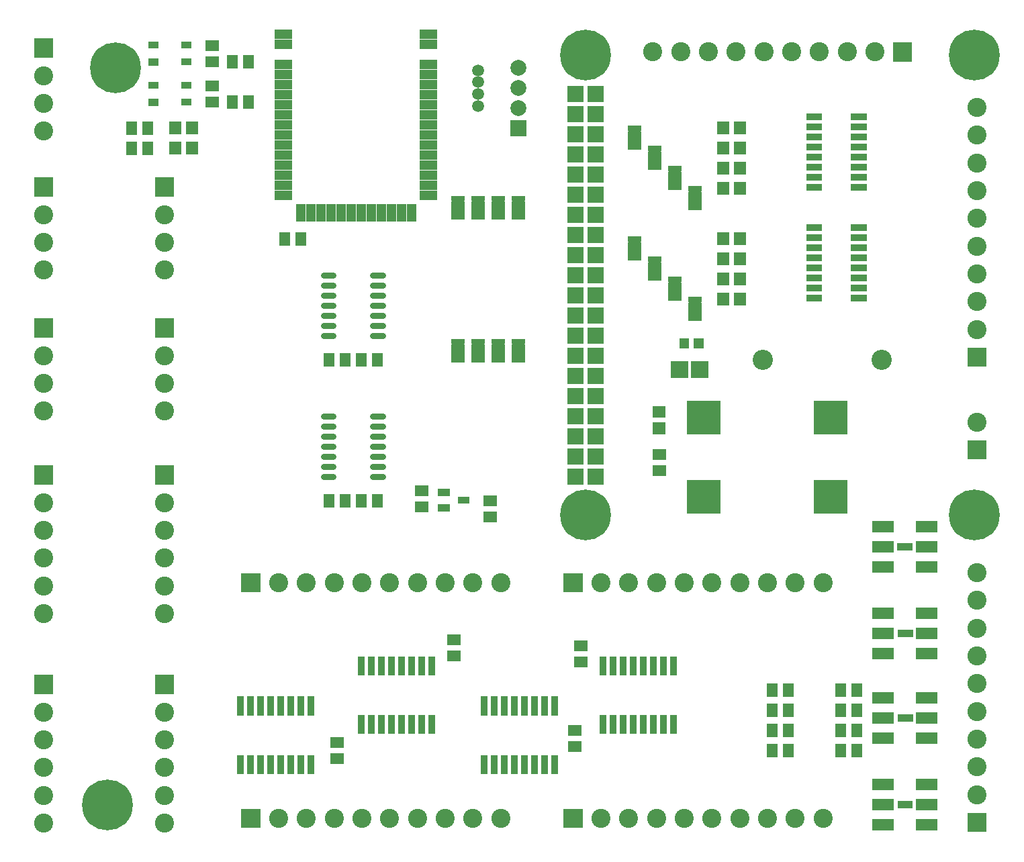
<source format=gts>
G04 Layer: TopSolderMaskLayer*
G04 EasyEDA v6.2.43, 2019-09-06T10:00:39+02:00*
G04 e5b5f855a0bb4ad7aac7fda025be0de6,91cc4837159741479c5be70faa949f3f,10*
G04 Gerber Generator version 0.2*
G04 Scale: 100 percent, Rotated: No, Reflected: No *
G04 Dimensions in millimeters *
G04 leading zeros omitted , absolute positions ,3 integer and 3 decimal *
%FSLAX33Y33*%
%MOMM*%
G90*
G71D02*

%ADD54C,0.803199*%
%ADD55R,2.082800X2.082800*%
%ADD57C,2.403196*%
%ADD60C,2.553208*%
%ADD66C,2.003196*%
%ADD67C,1.503197*%
%ADD78C,6.403188*%

%LPD*%
G54D54*
G01X45911Y64138D02*
G01X44711Y64138D01*
G01X45911Y65408D02*
G01X44711Y65408D01*
G01X45911Y66678D02*
G01X44711Y66678D01*
G01X45911Y67948D02*
G01X44711Y67948D01*
G01X45911Y69218D02*
G01X44711Y69218D01*
G01X45911Y70488D02*
G01X44711Y70488D01*
G01X45911Y71758D02*
G01X44711Y71758D01*
G01X39713Y64138D02*
G01X38513Y64138D01*
G01X39713Y65408D02*
G01X38513Y65408D01*
G01X39713Y66678D02*
G01X38513Y66678D01*
G01X39713Y67948D02*
G01X38513Y67948D01*
G01X39713Y69218D02*
G01X38513Y69218D01*
G01X39713Y70488D02*
G01X38513Y70488D01*
G01X39713Y71758D02*
G01X38513Y71758D01*
G01X45911Y46358D02*
G01X44711Y46358D01*
G01X45911Y47628D02*
G01X44711Y47628D01*
G01X45911Y48898D02*
G01X44711Y48898D01*
G01X45911Y50168D02*
G01X44711Y50168D01*
G01X45911Y51438D02*
G01X44711Y51438D01*
G01X45911Y52708D02*
G01X44711Y52708D01*
G01X45911Y53978D02*
G01X44711Y53978D01*
G01X39713Y46358D02*
G01X38513Y46358D01*
G01X39713Y47628D02*
G01X38513Y47628D01*
G01X39713Y48898D02*
G01X38513Y48898D01*
G01X39713Y50168D02*
G01X38513Y50168D01*
G01X39713Y51438D02*
G01X38513Y51438D01*
G01X39713Y52708D02*
G01X38513Y52708D01*
G01X39713Y53978D02*
G01X38513Y53978D01*
G54D55*
G01X72771Y46370D03*
G01X70231Y46370D03*
G01X72771Y48910D03*
G01X70231Y48910D03*
G01X72771Y51450D03*
G01X70231Y51450D03*
G01X72771Y53990D03*
G01X70231Y53990D03*
G01X72771Y56530D03*
G01X70231Y56530D03*
G01X72771Y59070D03*
G01X70231Y59070D03*
G01X72771Y61610D03*
G01X70231Y61610D03*
G01X72771Y64150D03*
G01X70231Y64150D03*
G01X72771Y66690D03*
G01X70231Y66690D03*
G01X72771Y69230D03*
G01X70231Y69230D03*
G01X72771Y71770D03*
G01X70231Y71770D03*
G01X72771Y74310D03*
G01X70231Y74310D03*
G01X72771Y76850D03*
G01X70231Y76850D03*
G01X72771Y79390D03*
G01X70231Y79390D03*
G01X72771Y81930D03*
G01X70231Y81930D03*
G01X72771Y84470D03*
G01X70231Y84470D03*
G01X72771Y87010D03*
G01X70231Y87010D03*
G01X72771Y89550D03*
G01X70231Y89550D03*
G01X72771Y92090D03*
G01X70231Y92090D03*
G01X72771Y94630D03*
G01X70231Y94630D03*
G36*
G01X77690Y89484D02*
G01X76827Y89916D01*
G01X76827Y90589D01*
G01X78554Y90589D01*
G01X78554Y89916D01*
G01X77690Y89484D01*
G37*
G36*
G01X77690Y88341D02*
G01X76827Y88773D01*
G01X76827Y89891D01*
G01X77690Y89459D01*
G01X78554Y89891D01*
G01X78554Y88773D01*
G01X77690Y88341D01*
G37*
G36*
G01X76827Y87592D02*
G01X76827Y88748D01*
G01X77690Y88316D01*
G01X78554Y88748D01*
G01X78554Y87592D01*
G01X76827Y87592D01*
G37*
G36*
G01X80230Y86944D02*
G01X79367Y87376D01*
G01X79367Y88049D01*
G01X81094Y88049D01*
G01X81094Y87376D01*
G01X80230Y86944D01*
G37*
G36*
G01X80230Y85801D02*
G01X79367Y86233D01*
G01X79367Y87351D01*
G01X80230Y86919D01*
G01X81094Y87351D01*
G01X81094Y86233D01*
G01X80230Y85801D01*
G37*
G36*
G01X79367Y85052D02*
G01X79367Y86208D01*
G01X80230Y85776D01*
G01X81094Y86208D01*
G01X81094Y85052D01*
G01X79367Y85052D01*
G37*
G36*
G01X82770Y84404D02*
G01X81907Y84836D01*
G01X81907Y85509D01*
G01X83634Y85509D01*
G01X83634Y84836D01*
G01X82770Y84404D01*
G37*
G36*
G01X82770Y83261D02*
G01X81907Y83693D01*
G01X81907Y84811D01*
G01X82770Y84379D01*
G01X83634Y84811D01*
G01X83634Y83693D01*
G01X82770Y83261D01*
G37*
G36*
G01X81907Y82512D02*
G01X81907Y83668D01*
G01X82770Y83236D01*
G01X83634Y83668D01*
G01X83634Y82512D01*
G01X81907Y82512D01*
G37*
G36*
G01X85310Y67894D02*
G01X84447Y68326D01*
G01X84447Y68999D01*
G01X86174Y68999D01*
G01X86174Y68326D01*
G01X85310Y67894D01*
G37*
G36*
G01X85310Y66751D02*
G01X84447Y67183D01*
G01X84447Y68301D01*
G01X85310Y67869D01*
G01X86174Y68301D01*
G01X86174Y67183D01*
G01X85310Y66751D01*
G37*
G36*
G01X84447Y66002D02*
G01X84447Y67158D01*
G01X85310Y66726D01*
G01X86174Y67158D01*
G01X86174Y66002D01*
G01X84447Y66002D01*
G37*
G36*
G01X85310Y81864D02*
G01X84447Y82296D01*
G01X84447Y82969D01*
G01X86174Y82969D01*
G01X86174Y82296D01*
G01X85310Y81864D01*
G37*
G36*
G01X85310Y80721D02*
G01X84447Y81153D01*
G01X84447Y82271D01*
G01X85310Y81839D01*
G01X86174Y82271D01*
G01X86174Y81153D01*
G01X85310Y80721D01*
G37*
G36*
G01X84447Y79972D02*
G01X84447Y81128D01*
G01X85310Y80696D01*
G01X86174Y81128D01*
G01X86174Y79972D01*
G01X84447Y79972D01*
G37*
G36*
G01X77690Y75514D02*
G01X76827Y75946D01*
G01X76827Y76619D01*
G01X78554Y76619D01*
G01X78554Y75946D01*
G01X77690Y75514D01*
G37*
G36*
G01X77690Y74371D02*
G01X76827Y74803D01*
G01X76827Y75921D01*
G01X77690Y75489D01*
G01X78554Y75921D01*
G01X78554Y74803D01*
G01X77690Y74371D01*
G37*
G36*
G01X76827Y73622D02*
G01X76827Y74778D01*
G01X77690Y74346D01*
G01X78554Y74778D01*
G01X78554Y73622D01*
G01X76827Y73622D01*
G37*
G36*
G01X80230Y72974D02*
G01X79367Y73406D01*
G01X79367Y74079D01*
G01X81094Y74079D01*
G01X81094Y73406D01*
G01X80230Y72974D01*
G37*
G36*
G01X80230Y71831D02*
G01X79367Y72263D01*
G01X79367Y73381D01*
G01X80230Y72949D01*
G01X81094Y73381D01*
G01X81094Y72263D01*
G01X80230Y71831D01*
G37*
G36*
G01X79367Y71082D02*
G01X79367Y72238D01*
G01X80230Y71806D01*
G01X81094Y72238D01*
G01X81094Y71082D01*
G01X79367Y71082D01*
G37*
G36*
G01X82770Y70434D02*
G01X81907Y70866D01*
G01X81907Y71539D01*
G01X83634Y71539D01*
G01X83634Y70866D01*
G01X82770Y70434D01*
G37*
G36*
G01X82770Y69291D02*
G01X81907Y69723D01*
G01X81907Y70841D01*
G01X82770Y70409D01*
G01X83634Y70841D01*
G01X83634Y69723D01*
G01X82770Y69291D01*
G37*
G36*
G01X81907Y68542D02*
G01X81907Y69698D01*
G01X82770Y69266D01*
G01X83634Y69698D01*
G01X83634Y68542D01*
G01X81907Y68542D01*
G37*
G36*
G01X28117Y2040D02*
G01X28117Y4442D01*
G01X30520Y4442D01*
G01X30520Y2040D01*
G01X28117Y2040D01*
G37*
G54D57*
G01X32818Y3242D03*
G01X36318Y3242D03*
G01X39818Y3242D03*
G01X43318Y3242D03*
G01X46818Y3242D03*
G01X50318Y3242D03*
G01X53818Y3242D03*
G01X57318Y3242D03*
G01X60818Y3242D03*
G36*
G01X28117Y31758D02*
G01X28117Y34160D01*
G01X30520Y34160D01*
G01X30520Y31758D01*
G01X28117Y31758D01*
G37*
G01X32818Y32959D03*
G01X36318Y32959D03*
G01X39818Y32959D03*
G01X43318Y32959D03*
G01X46818Y32959D03*
G01X50318Y32959D03*
G01X53818Y32959D03*
G01X57318Y32959D03*
G01X60818Y32959D03*
G36*
G01X32346Y82459D02*
G01X32346Y83663D01*
G01X34551Y83663D01*
G01X34551Y82459D01*
G01X32346Y82459D01*
G37*
G36*
G01X32346Y83729D02*
G01X32346Y84933D01*
G01X34551Y84933D01*
G01X34551Y83729D01*
G01X32346Y83729D01*
G37*
G36*
G01X32346Y84999D02*
G01X32346Y86203D01*
G01X34551Y86203D01*
G01X34551Y84999D01*
G01X32346Y84999D01*
G37*
G36*
G01X32346Y86269D02*
G01X32346Y87473D01*
G01X34551Y87473D01*
G01X34551Y86269D01*
G01X32346Y86269D01*
G37*
G36*
G01X32346Y87539D02*
G01X32346Y88743D01*
G01X34551Y88743D01*
G01X34551Y87539D01*
G01X32346Y87539D01*
G37*
G36*
G01X32346Y88809D02*
G01X32346Y90013D01*
G01X34551Y90013D01*
G01X34551Y88809D01*
G01X32346Y88809D01*
G37*
G36*
G01X32346Y90079D02*
G01X32346Y91283D01*
G01X34551Y91283D01*
G01X34551Y90079D01*
G01X32346Y90079D01*
G37*
G36*
G01X32346Y91349D02*
G01X32346Y92553D01*
G01X34551Y92553D01*
G01X34551Y91349D01*
G01X32346Y91349D01*
G37*
G36*
G01X32346Y92619D02*
G01X32346Y93823D01*
G01X34551Y93823D01*
G01X34551Y92619D01*
G01X32346Y92619D01*
G37*
G36*
G01X32346Y93889D02*
G01X32346Y95093D01*
G01X34551Y95093D01*
G01X34551Y93889D01*
G01X32346Y93889D01*
G37*
G36*
G01X32346Y95159D02*
G01X32346Y96363D01*
G01X34551Y96363D01*
G01X34551Y95159D01*
G01X32346Y95159D01*
G37*
G36*
G01X32346Y96429D02*
G01X32346Y97633D01*
G01X34551Y97633D01*
G01X34551Y96429D01*
G01X32346Y96429D01*
G37*
G36*
G01X32346Y97699D02*
G01X32346Y98903D01*
G01X34551Y98903D01*
G01X34551Y97699D01*
G01X32346Y97699D01*
G37*
G36*
G01X32346Y81189D02*
G01X32346Y82393D01*
G01X34551Y82393D01*
G01X34551Y81189D01*
G01X32346Y81189D01*
G37*
G36*
G01X32346Y100239D02*
G01X32346Y101443D01*
G01X34551Y101443D01*
G01X34551Y100239D01*
G01X32346Y100239D01*
G37*
G36*
G01X32346Y101509D02*
G01X32346Y102713D01*
G01X34551Y102713D01*
G01X34551Y101509D01*
G01X32346Y101509D01*
G37*
G36*
G01X50634Y82459D02*
G01X50634Y83663D01*
G01X52839Y83663D01*
G01X52839Y82459D01*
G01X50634Y82459D01*
G37*
G36*
G01X50634Y83729D02*
G01X50634Y84933D01*
G01X52839Y84933D01*
G01X52839Y83729D01*
G01X50634Y83729D01*
G37*
G36*
G01X50634Y84999D02*
G01X50634Y86203D01*
G01X52839Y86203D01*
G01X52839Y84999D01*
G01X50634Y84999D01*
G37*
G36*
G01X50634Y86269D02*
G01X50634Y87473D01*
G01X52839Y87473D01*
G01X52839Y86269D01*
G01X50634Y86269D01*
G37*
G36*
G01X50634Y87539D02*
G01X50634Y88743D01*
G01X52839Y88743D01*
G01X52839Y87539D01*
G01X50634Y87539D01*
G37*
G36*
G01X50634Y88809D02*
G01X50634Y90013D01*
G01X52839Y90013D01*
G01X52839Y88809D01*
G01X50634Y88809D01*
G37*
G36*
G01X50634Y90079D02*
G01X50634Y91283D01*
G01X52839Y91283D01*
G01X52839Y90079D01*
G01X50634Y90079D01*
G37*
G36*
G01X50634Y91349D02*
G01X50634Y92553D01*
G01X52839Y92553D01*
G01X52839Y91349D01*
G01X50634Y91349D01*
G37*
G36*
G01X50634Y92619D02*
G01X50634Y93823D01*
G01X52839Y93823D01*
G01X52839Y92619D01*
G01X50634Y92619D01*
G37*
G36*
G01X50634Y93889D02*
G01X50634Y95093D01*
G01X52839Y95093D01*
G01X52839Y93889D01*
G01X50634Y93889D01*
G37*
G36*
G01X50634Y95159D02*
G01X50634Y96363D01*
G01X52839Y96363D01*
G01X52839Y95159D01*
G01X50634Y95159D01*
G37*
G36*
G01X50634Y96429D02*
G01X50634Y97633D01*
G01X52839Y97633D01*
G01X52839Y96429D01*
G01X50634Y96429D01*
G37*
G36*
G01X50634Y97699D02*
G01X50634Y98903D01*
G01X52839Y98903D01*
G01X52839Y97699D01*
G01X50634Y97699D01*
G37*
G36*
G01X50634Y81189D02*
G01X50634Y82393D01*
G01X52839Y82393D01*
G01X52839Y81189D01*
G01X50634Y81189D01*
G37*
G36*
G01X50634Y100239D02*
G01X50634Y101443D01*
G01X52839Y101443D01*
G01X52839Y100239D01*
G01X50634Y100239D01*
G37*
G36*
G01X50634Y101509D02*
G01X50634Y102713D01*
G01X52839Y102713D01*
G01X52839Y101509D01*
G01X50634Y101509D01*
G37*
G36*
G01X35006Y78532D02*
G01X35006Y80734D01*
G01X36210Y80734D01*
G01X36210Y78532D01*
G01X35006Y78532D01*
G37*
G36*
G01X36263Y78532D02*
G01X36263Y80734D01*
G01X37467Y80734D01*
G01X37467Y78532D01*
G01X36263Y78532D01*
G37*
G36*
G01X37533Y78532D02*
G01X37533Y80734D01*
G01X38737Y80734D01*
G01X38737Y78532D01*
G01X37533Y78532D01*
G37*
G36*
G01X38803Y78532D02*
G01X38803Y80734D01*
G01X40007Y80734D01*
G01X40007Y78532D01*
G01X38803Y78532D01*
G37*
G36*
G01X40073Y78532D02*
G01X40073Y80734D01*
G01X41277Y80734D01*
G01X41277Y78532D01*
G01X40073Y78532D01*
G37*
G36*
G01X41343Y78532D02*
G01X41343Y80734D01*
G01X42547Y80734D01*
G01X42547Y78532D01*
G01X41343Y78532D01*
G37*
G36*
G01X42613Y78532D02*
G01X42613Y80734D01*
G01X43817Y80734D01*
G01X43817Y78532D01*
G01X42613Y78532D01*
G37*
G36*
G01X43883Y78532D02*
G01X43883Y80734D01*
G01X45087Y80734D01*
G01X45087Y78532D01*
G01X43883Y78532D01*
G37*
G36*
G01X45153Y78532D02*
G01X45153Y80734D01*
G01X46357Y80734D01*
G01X46357Y78532D01*
G01X45153Y78532D01*
G37*
G36*
G01X46423Y78532D02*
G01X46423Y80734D01*
G01X47627Y80734D01*
G01X47627Y78532D01*
G01X46423Y78532D01*
G37*
G36*
G01X47693Y78532D02*
G01X47693Y80734D01*
G01X48897Y80734D01*
G01X48897Y78532D01*
G01X47693Y78532D01*
G37*
G36*
G01X48963Y78532D02*
G01X48963Y80734D01*
G01X50167Y80734D01*
G01X50167Y78532D01*
G01X48963Y78532D01*
G37*
G54D60*
G01X108886Y61089D03*
G01X93886Y61089D03*
G36*
G01X34927Y75494D02*
G01X34927Y77165D01*
G01X36288Y77165D01*
G01X36288Y75494D01*
G01X34927Y75494D01*
G37*
G36*
G01X32895Y75494D02*
G01X32895Y77165D01*
G01X34256Y77165D01*
G01X34256Y75494D01*
G01X32895Y75494D01*
G37*
G36*
G01X68757Y2040D02*
G01X68757Y4442D01*
G01X71160Y4442D01*
G01X71160Y2040D01*
G01X68757Y2040D01*
G37*
G54D57*
G01X73458Y3242D03*
G01X76958Y3242D03*
G01X80458Y3242D03*
G01X83958Y3242D03*
G01X87458Y3242D03*
G01X90958Y3242D03*
G01X94458Y3242D03*
G01X97958Y3242D03*
G01X101458Y3242D03*
G36*
G01X68757Y31758D02*
G01X68757Y34160D01*
G01X71160Y34160D01*
G01X71160Y31758D01*
G01X68757Y31758D01*
G37*
G01X73458Y32959D03*
G01X76958Y32959D03*
G01X80458Y32959D03*
G01X83958Y32959D03*
G01X87458Y32959D03*
G01X90958Y32959D03*
G01X94458Y32959D03*
G01X97958Y32959D03*
G01X101458Y32959D03*
G36*
G01X110291Y98687D02*
G01X110291Y101089D01*
G01X112697Y101089D01*
G01X112697Y98687D01*
G01X110291Y98687D01*
G37*
G01X107994Y99888D03*
G01X104494Y99888D03*
G01X100994Y99888D03*
G01X97494Y99888D03*
G01X93994Y99888D03*
G01X90494Y99888D03*
G01X86994Y99888D03*
G01X83494Y99888D03*
G01X79994Y99888D03*
G36*
G01X119687Y60203D02*
G01X119687Y62606D01*
G01X122090Y62606D01*
G01X122090Y60203D01*
G01X119687Y60203D01*
G37*
G01X120888Y64904D03*
G01X120888Y68403D03*
G01X120888Y71904D03*
G01X120888Y75403D03*
G01X120888Y78904D03*
G01X120888Y82403D03*
G01X120888Y85904D03*
G01X120888Y89403D03*
G01X120888Y92904D03*
G36*
G01X119687Y1529D02*
G01X119687Y3932D01*
G01X122090Y3932D01*
G01X122090Y1529D01*
G01X119687Y1529D01*
G37*
G01X120888Y6230D03*
G01X120888Y9729D03*
G01X120888Y13230D03*
G01X120888Y16729D03*
G01X120888Y20230D03*
G01X120888Y23729D03*
G01X120888Y27230D03*
G01X120888Y30729D03*
G01X120888Y34230D03*
G36*
G01X1958Y45349D02*
G01X1958Y47752D01*
G01X4361Y47752D01*
G01X4361Y45349D01*
G01X1958Y45349D01*
G37*
G01X3160Y43051D03*
G01X3160Y39552D03*
G01X3160Y36051D03*
G01X3160Y32552D03*
G01X3160Y29052D03*
G36*
G01X17198Y45349D02*
G01X17198Y47752D01*
G01X19601Y47752D01*
G01X19601Y45349D01*
G01X17198Y45349D01*
G37*
G01X18400Y43051D03*
G01X18400Y39552D03*
G01X18400Y36051D03*
G01X18400Y32552D03*
G01X18400Y29052D03*
G36*
G01X1958Y18933D02*
G01X1958Y21336D01*
G01X4361Y21336D01*
G01X4361Y18933D01*
G01X1958Y18933D01*
G37*
G01X3160Y16635D03*
G01X3160Y13136D03*
G01X3160Y9635D03*
G01X3160Y6136D03*
G01X3160Y2636D03*
G36*
G01X17198Y18933D02*
G01X17198Y21336D01*
G01X19601Y21336D01*
G01X19601Y18933D01*
G01X17198Y18933D01*
G37*
G01X18400Y16635D03*
G01X18400Y13136D03*
G01X18400Y9635D03*
G01X18400Y6136D03*
G01X18400Y2636D03*
G36*
G01X17198Y81671D02*
G01X17198Y84074D01*
G01X19601Y84074D01*
G01X19601Y81671D01*
G01X17198Y81671D01*
G37*
G01X18400Y79373D03*
G01X18400Y75874D03*
G01X18400Y72373D03*
G36*
G01X1958Y81671D02*
G01X1958Y84074D01*
G01X4361Y84074D01*
G01X4361Y81671D01*
G01X1958Y81671D01*
G37*
G01X3160Y79373D03*
G01X3160Y75874D03*
G01X3160Y72373D03*
G36*
G01X17198Y63891D02*
G01X17198Y66294D01*
G01X19601Y66294D01*
G01X19601Y63891D01*
G01X17198Y63891D01*
G37*
G01X18400Y61593D03*
G01X18400Y58094D03*
G01X18400Y54593D03*
G36*
G01X1958Y63891D02*
G01X1958Y66294D01*
G01X4361Y66294D01*
G01X4361Y63891D01*
G01X1958Y63891D01*
G37*
G01X3160Y61593D03*
G01X3160Y58094D03*
G01X3160Y54593D03*
G36*
G01X1958Y99197D02*
G01X1958Y101600D01*
G01X4361Y101600D01*
G01X4361Y99197D01*
G01X1958Y99197D01*
G37*
G01X3160Y96899D03*
G01X3160Y93400D03*
G01X3160Y89899D03*
G36*
G01X80017Y53751D02*
G01X80017Y55255D01*
G01X81620Y55255D01*
G01X81620Y53751D01*
G01X80017Y53751D01*
G37*
G36*
G01X80017Y51651D02*
G01X80017Y53155D01*
G01X81620Y53155D01*
G01X81620Y51651D01*
G01X80017Y51651D01*
G37*
G36*
G01X79984Y46439D02*
G01X79984Y47800D01*
G01X81658Y47800D01*
G01X81658Y46439D01*
G01X79984Y46439D01*
G37*
G36*
G01X79984Y48471D02*
G01X79984Y49832D01*
G01X81658Y49832D01*
G01X81658Y48471D01*
G01X79984Y48471D01*
G37*
G36*
G01X119687Y48517D02*
G01X119687Y50922D01*
G01X122090Y50922D01*
G01X122090Y48517D01*
G01X119687Y48517D01*
G37*
G01X120888Y53220D03*
G36*
G01X62039Y89299D02*
G01X62039Y91300D01*
G01X64041Y91300D01*
G01X64041Y89299D01*
G01X62039Y89299D01*
G37*
G54D66*
G01X63040Y92840D03*
G01X63040Y95380D03*
G01X63040Y97920D03*
G54D67*
G01X57960Y93094D03*
G01X57960Y94594D03*
G01X57960Y96094D03*
G01X57960Y97594D03*
G36*
G01X21158Y86959D02*
G01X21158Y88562D01*
G01X22661Y88562D01*
G01X22661Y86959D01*
G01X21158Y86959D01*
G37*
G36*
G01X19057Y86959D02*
G01X19057Y88562D01*
G01X20561Y88562D01*
G01X20561Y86959D01*
G01X19057Y86959D01*
G37*
G36*
G01X26291Y97846D02*
G01X26291Y99517D01*
G01X27655Y99517D01*
G01X27655Y97846D01*
G01X26291Y97846D01*
G37*
G36*
G01X28323Y97846D02*
G01X28323Y99517D01*
G01X29687Y99517D01*
G01X29687Y97846D01*
G01X28323Y97846D01*
G37*
G36*
G01X26291Y92766D02*
G01X26291Y94437D01*
G01X27652Y94437D01*
G01X27652Y92766D01*
G01X26291Y92766D01*
G37*
G36*
G01X28323Y92766D02*
G01X28323Y94437D01*
G01X29684Y94437D01*
G01X29684Y92766D01*
G01X28323Y92766D01*
G37*
G36*
G01X23596Y100033D02*
G01X23596Y101394D01*
G01X25267Y101394D01*
G01X25267Y100033D01*
G01X23596Y100033D01*
G37*
G36*
G01X23596Y98001D02*
G01X23596Y99362D01*
G01X25267Y99362D01*
G01X25267Y98001D01*
G01X23596Y98001D01*
G37*
G36*
G01X23596Y94953D02*
G01X23596Y96314D01*
G01X25267Y96314D01*
G01X25267Y94953D01*
G01X23596Y94953D01*
G37*
G36*
G01X23596Y92921D02*
G01X23596Y94282D01*
G01X25267Y94282D01*
G01X25267Y92921D01*
G01X23596Y92921D01*
G37*
G36*
G01X13591Y86924D02*
G01X13591Y88595D01*
G01X14955Y88595D01*
G01X14955Y86924D01*
G01X13591Y86924D01*
G37*
G36*
G01X15623Y86924D02*
G01X15623Y88595D01*
G01X16987Y88595D01*
G01X16987Y86924D01*
G01X15623Y86924D01*
G37*
G36*
G01X16395Y98189D02*
G01X16395Y99042D01*
G01X17647Y99042D01*
G01X17647Y98189D01*
G01X16395Y98189D01*
G37*
G36*
G01X20543Y98196D02*
G01X20543Y99050D01*
G01X21795Y99050D01*
G01X21795Y98196D01*
G01X20543Y98196D01*
G37*
G36*
G01X16393Y100355D02*
G01X16393Y101206D01*
G01X17647Y101206D01*
G01X17647Y100355D01*
G01X16393Y100355D01*
G37*
G36*
G01X20548Y100348D02*
G01X20548Y101199D01*
G01X21803Y101199D01*
G01X21803Y100348D01*
G01X20548Y100348D01*
G37*
G36*
G01X16395Y93109D02*
G01X16395Y93962D01*
G01X17647Y93962D01*
G01X17647Y93109D01*
G01X16395Y93109D01*
G37*
G36*
G01X20543Y93116D02*
G01X20543Y93970D01*
G01X21795Y93970D01*
G01X21795Y93116D01*
G01X20543Y93116D01*
G37*
G36*
G01X16393Y95275D02*
G01X16393Y96126D01*
G01X17647Y96126D01*
G01X17647Y95275D01*
G01X16393Y95275D01*
G37*
G36*
G01X20548Y95268D02*
G01X20548Y96119D01*
G01X21803Y96119D01*
G01X21803Y95268D01*
G01X20548Y95268D01*
G37*
G36*
G01X21158Y89499D02*
G01X21158Y91102D01*
G01X22661Y91102D01*
G01X22661Y89499D01*
G01X21158Y89499D01*
G37*
G36*
G01X19057Y89499D02*
G01X19057Y91102D01*
G01X20561Y91102D01*
G01X20561Y89499D01*
G01X19057Y89499D01*
G37*
G36*
G01X13591Y89464D02*
G01X13591Y91135D01*
G01X14955Y91135D01*
G01X14955Y89464D01*
G01X13591Y89464D01*
G37*
G36*
G01X15623Y89464D02*
G01X15623Y91135D01*
G01X16987Y91135D01*
G01X16987Y89464D01*
G01X15623Y89464D01*
G37*
G36*
G01X90246Y67909D02*
G01X90246Y69512D01*
G01X91749Y69512D01*
G01X91749Y67909D01*
G01X90246Y67909D01*
G37*
G36*
G01X88145Y67909D02*
G01X88145Y69512D01*
G01X89649Y69512D01*
G01X89649Y67909D01*
G01X88145Y67909D01*
G37*
G36*
G01X90246Y70449D02*
G01X90246Y72052D01*
G01X91749Y72052D01*
G01X91749Y70449D01*
G01X90246Y70449D01*
G37*
G36*
G01X88145Y70449D02*
G01X88145Y72052D01*
G01X89649Y72052D01*
G01X89649Y70449D01*
G01X88145Y70449D01*
G37*
G36*
G01X90246Y75529D02*
G01X90246Y77132D01*
G01X91749Y77132D01*
G01X91749Y75529D01*
G01X90246Y75529D01*
G37*
G36*
G01X88145Y75529D02*
G01X88145Y77132D01*
G01X89649Y77132D01*
G01X89649Y75529D01*
G01X88145Y75529D01*
G37*
G36*
G01X90246Y72989D02*
G01X90246Y74592D01*
G01X91749Y74592D01*
G01X91749Y72989D01*
G01X90246Y72989D01*
G37*
G36*
G01X88145Y72989D02*
G01X88145Y74592D01*
G01X89649Y74592D01*
G01X89649Y72989D01*
G01X88145Y72989D01*
G37*
G36*
G01X90246Y81879D02*
G01X90246Y83482D01*
G01X91749Y83482D01*
G01X91749Y81879D01*
G01X90246Y81879D01*
G37*
G36*
G01X88145Y81879D02*
G01X88145Y83482D01*
G01X89649Y83482D01*
G01X89649Y81879D01*
G01X88145Y81879D01*
G37*
G36*
G01X90246Y84419D02*
G01X90246Y86022D01*
G01X91749Y86022D01*
G01X91749Y84419D01*
G01X90246Y84419D01*
G37*
G36*
G01X88145Y84419D02*
G01X88145Y86022D01*
G01X89649Y86022D01*
G01X89649Y84419D01*
G01X88145Y84419D01*
G37*
G36*
G01X90246Y89499D02*
G01X90246Y91102D01*
G01X91749Y91102D01*
G01X91749Y89499D01*
G01X90246Y89499D01*
G37*
G36*
G01X88145Y89499D02*
G01X88145Y91102D01*
G01X89649Y91102D01*
G01X89649Y89499D01*
G01X88145Y89499D01*
G37*
G36*
G01X90246Y86959D02*
G01X90246Y88562D01*
G01X91749Y88562D01*
G01X91749Y86959D01*
G01X90246Y86959D01*
G37*
G36*
G01X88145Y86959D02*
G01X88145Y88562D01*
G01X89649Y88562D01*
G01X89649Y86959D01*
G01X88145Y86959D01*
G37*
G36*
G01X55420Y80660D02*
G01X54556Y81092D01*
G01X54556Y81765D01*
G01X56283Y81765D01*
G01X56283Y81092D01*
G01X55420Y80660D01*
G37*
G36*
G01X55420Y79517D02*
G01X54556Y79949D01*
G01X54556Y81067D01*
G01X55420Y80635D01*
G01X56283Y81067D01*
G01X56283Y79949D01*
G01X55420Y79517D01*
G37*
G36*
G01X54556Y78768D02*
G01X54556Y79924D01*
G01X55420Y79492D01*
G01X56283Y79924D01*
G01X56283Y78768D01*
G01X54556Y78768D01*
G37*
G36*
G01X63040Y80660D02*
G01X62176Y81092D01*
G01X62176Y81765D01*
G01X63903Y81765D01*
G01X63903Y81092D01*
G01X63040Y80660D01*
G37*
G36*
G01X63040Y79517D02*
G01X62176Y79949D01*
G01X62176Y81067D01*
G01X63040Y80635D01*
G01X63903Y81067D01*
G01X63903Y79949D01*
G01X63040Y79517D01*
G37*
G36*
G01X62176Y78768D02*
G01X62176Y79924D01*
G01X63040Y79492D01*
G01X63903Y79924D01*
G01X63903Y78768D01*
G01X62176Y78768D01*
G37*
G36*
G01X55420Y62626D02*
G01X54556Y63058D01*
G01X54556Y63731D01*
G01X56283Y63731D01*
G01X56283Y63058D01*
G01X55420Y62626D01*
G37*
G36*
G01X55420Y61483D02*
G01X54556Y61915D01*
G01X54556Y63033D01*
G01X55420Y62601D01*
G01X56283Y63033D01*
G01X56283Y61915D01*
G01X55420Y61483D01*
G37*
G36*
G01X54556Y60734D02*
G01X54556Y61890D01*
G01X55420Y61458D01*
G01X56283Y61890D01*
G01X56283Y60734D01*
G01X54556Y60734D01*
G37*
G36*
G01X58270Y8834D02*
G01X58270Y11237D01*
G01X59174Y11237D01*
G01X59174Y8834D01*
G01X58270Y8834D01*
G37*
G36*
G01X59540Y8834D02*
G01X59540Y11237D01*
G01X60444Y11237D01*
G01X60444Y8834D01*
G01X59540Y8834D01*
G37*
G36*
G01X60810Y8834D02*
G01X60810Y11237D01*
G01X61714Y11237D01*
G01X61714Y8834D01*
G01X60810Y8834D01*
G37*
G36*
G01X62080Y8834D02*
G01X62080Y11237D01*
G01X62984Y11237D01*
G01X62984Y8834D01*
G01X62080Y8834D01*
G37*
G36*
G01X63350Y8834D02*
G01X63350Y11237D01*
G01X64254Y11237D01*
G01X64254Y8834D01*
G01X63350Y8834D01*
G37*
G36*
G01X64620Y8834D02*
G01X64620Y11237D01*
G01X65524Y11237D01*
G01X65524Y8834D01*
G01X64620Y8834D01*
G37*
G36*
G01X65890Y8834D02*
G01X65890Y11237D01*
G01X66794Y11237D01*
G01X66794Y8834D01*
G01X65890Y8834D01*
G37*
G36*
G01X67160Y8834D02*
G01X67160Y11237D01*
G01X68064Y11237D01*
G01X68064Y8834D01*
G01X67160Y8834D01*
G37*
G36*
G01X67160Y16233D02*
G01X67160Y18636D01*
G01X68064Y18636D01*
G01X68064Y16233D01*
G01X67160Y16233D01*
G37*
G36*
G01X65890Y16233D02*
G01X65890Y18636D01*
G01X66794Y18636D01*
G01X66794Y16233D01*
G01X65890Y16233D01*
G37*
G36*
G01X64620Y16233D02*
G01X64620Y18636D01*
G01X65524Y18636D01*
G01X65524Y16233D01*
G01X64620Y16233D01*
G37*
G36*
G01X63350Y16233D02*
G01X63350Y18636D01*
G01X64254Y18636D01*
G01X64254Y16233D01*
G01X63350Y16233D01*
G37*
G36*
G01X62080Y16233D02*
G01X62080Y18636D01*
G01X62984Y18636D01*
G01X62984Y16233D01*
G01X62080Y16233D01*
G37*
G36*
G01X60810Y16233D02*
G01X60810Y18636D01*
G01X61714Y18636D01*
G01X61714Y16233D01*
G01X60810Y16233D01*
G37*
G36*
G01X59540Y16233D02*
G01X59540Y18636D01*
G01X60444Y18636D01*
G01X60444Y16233D01*
G01X59540Y16233D01*
G37*
G36*
G01X58270Y16233D02*
G01X58270Y18636D01*
G01X59174Y18636D01*
G01X59174Y16233D01*
G01X58270Y16233D01*
G37*
G36*
G01X27536Y8834D02*
G01X27536Y11237D01*
G01X28440Y11237D01*
G01X28440Y8834D01*
G01X27536Y8834D01*
G37*
G36*
G01X28806Y8834D02*
G01X28806Y11237D01*
G01X29710Y11237D01*
G01X29710Y8834D01*
G01X28806Y8834D01*
G37*
G36*
G01X30076Y8834D02*
G01X30076Y11237D01*
G01X30980Y11237D01*
G01X30980Y8834D01*
G01X30076Y8834D01*
G37*
G36*
G01X31346Y8834D02*
G01X31346Y11237D01*
G01X32250Y11237D01*
G01X32250Y8834D01*
G01X31346Y8834D01*
G37*
G36*
G01X32616Y8834D02*
G01X32616Y11237D01*
G01X33520Y11237D01*
G01X33520Y8834D01*
G01X32616Y8834D01*
G37*
G36*
G01X33886Y8834D02*
G01X33886Y11237D01*
G01X34790Y11237D01*
G01X34790Y8834D01*
G01X33886Y8834D01*
G37*
G36*
G01X35156Y8834D02*
G01X35156Y11237D01*
G01X36060Y11237D01*
G01X36060Y8834D01*
G01X35156Y8834D01*
G37*
G36*
G01X36426Y8834D02*
G01X36426Y11237D01*
G01X37330Y11237D01*
G01X37330Y8834D01*
G01X36426Y8834D01*
G37*
G36*
G01X36426Y16233D02*
G01X36426Y18636D01*
G01X37330Y18636D01*
G01X37330Y16233D01*
G01X36426Y16233D01*
G37*
G36*
G01X35156Y16233D02*
G01X35156Y18636D01*
G01X36060Y18636D01*
G01X36060Y16233D01*
G01X35156Y16233D01*
G37*
G36*
G01X33886Y16233D02*
G01X33886Y18636D01*
G01X34790Y18636D01*
G01X34790Y16233D01*
G01X33886Y16233D01*
G37*
G36*
G01X32616Y16233D02*
G01X32616Y18636D01*
G01X33520Y18636D01*
G01X33520Y16233D01*
G01X32616Y16233D01*
G37*
G36*
G01X31346Y16233D02*
G01X31346Y18636D01*
G01X32250Y18636D01*
G01X32250Y16233D01*
G01X31346Y16233D01*
G37*
G36*
G01X30076Y16233D02*
G01X30076Y18636D01*
G01X30980Y18636D01*
G01X30980Y16233D01*
G01X30076Y16233D01*
G37*
G36*
G01X28806Y16233D02*
G01X28806Y18636D01*
G01X29710Y18636D01*
G01X29710Y16233D01*
G01X28806Y16233D01*
G37*
G36*
G01X27536Y16233D02*
G01X27536Y18636D01*
G01X28440Y18636D01*
G01X28440Y16233D01*
G01X27536Y16233D01*
G37*
G36*
G01X51666Y21280D02*
G01X51666Y23683D01*
G01X52570Y23683D01*
G01X52570Y21280D01*
G01X51666Y21280D01*
G37*
G36*
G01X50396Y21280D02*
G01X50396Y23683D01*
G01X51300Y23683D01*
G01X51300Y21280D01*
G01X50396Y21280D01*
G37*
G36*
G01X49126Y21280D02*
G01X49126Y23683D01*
G01X50030Y23683D01*
G01X50030Y21280D01*
G01X49126Y21280D01*
G37*
G36*
G01X47856Y21280D02*
G01X47856Y23683D01*
G01X48760Y23683D01*
G01X48760Y21280D01*
G01X47856Y21280D01*
G37*
G36*
G01X46586Y21280D02*
G01X46586Y23683D01*
G01X47490Y23683D01*
G01X47490Y21280D01*
G01X46586Y21280D01*
G37*
G36*
G01X45316Y21280D02*
G01X45316Y23683D01*
G01X46220Y23683D01*
G01X46220Y21280D01*
G01X45316Y21280D01*
G37*
G36*
G01X44046Y21280D02*
G01X44046Y23683D01*
G01X44950Y23683D01*
G01X44950Y21280D01*
G01X44046Y21280D01*
G37*
G36*
G01X42776Y21280D02*
G01X42776Y23683D01*
G01X43680Y23683D01*
G01X43680Y21280D01*
G01X42776Y21280D01*
G37*
G36*
G01X42776Y13881D02*
G01X42776Y16284D01*
G01X43680Y16284D01*
G01X43680Y13881D01*
G01X42776Y13881D01*
G37*
G36*
G01X44046Y13881D02*
G01X44046Y16284D01*
G01X44950Y16284D01*
G01X44950Y13881D01*
G01X44046Y13881D01*
G37*
G36*
G01X45316Y13881D02*
G01X45316Y16284D01*
G01X46220Y16284D01*
G01X46220Y13881D01*
G01X45316Y13881D01*
G37*
G36*
G01X46586Y13881D02*
G01X46586Y16284D01*
G01X47490Y16284D01*
G01X47490Y13881D01*
G01X46586Y13881D01*
G37*
G36*
G01X47856Y13881D02*
G01X47856Y16284D01*
G01X48760Y16284D01*
G01X48760Y13881D01*
G01X47856Y13881D01*
G37*
G36*
G01X49126Y13881D02*
G01X49126Y16284D01*
G01X50030Y16284D01*
G01X50030Y13881D01*
G01X49126Y13881D01*
G37*
G36*
G01X50396Y13881D02*
G01X50396Y16284D01*
G01X51300Y16284D01*
G01X51300Y13881D01*
G01X50396Y13881D01*
G37*
G36*
G01X51666Y13881D02*
G01X51666Y16284D01*
G01X52570Y16284D01*
G01X52570Y13881D01*
G01X51666Y13881D01*
G37*
G36*
G01X82146Y21280D02*
G01X82146Y23683D01*
G01X83050Y23683D01*
G01X83050Y21280D01*
G01X82146Y21280D01*
G37*
G36*
G01X80876Y21280D02*
G01X80876Y23683D01*
G01X81780Y23683D01*
G01X81780Y21280D01*
G01X80876Y21280D01*
G37*
G36*
G01X79606Y21280D02*
G01X79606Y23683D01*
G01X80510Y23683D01*
G01X80510Y21280D01*
G01X79606Y21280D01*
G37*
G36*
G01X78336Y21280D02*
G01X78336Y23683D01*
G01X79240Y23683D01*
G01X79240Y21280D01*
G01X78336Y21280D01*
G37*
G36*
G01X77066Y21280D02*
G01X77066Y23683D01*
G01X77970Y23683D01*
G01X77970Y21280D01*
G01X77066Y21280D01*
G37*
G36*
G01X75796Y21280D02*
G01X75796Y23683D01*
G01X76700Y23683D01*
G01X76700Y21280D01*
G01X75796Y21280D01*
G37*
G36*
G01X74526Y21280D02*
G01X74526Y23683D01*
G01X75430Y23683D01*
G01X75430Y21280D01*
G01X74526Y21280D01*
G37*
G36*
G01X73256Y21280D02*
G01X73256Y23683D01*
G01X74160Y23683D01*
G01X74160Y21280D01*
G01X73256Y21280D01*
G37*
G36*
G01X73256Y13881D02*
G01X73256Y16284D01*
G01X74160Y16284D01*
G01X74160Y13881D01*
G01X73256Y13881D01*
G37*
G36*
G01X74526Y13881D02*
G01X74526Y16284D01*
G01X75430Y16284D01*
G01X75430Y13881D01*
G01X74526Y13881D01*
G37*
G36*
G01X75796Y13881D02*
G01X75796Y16284D01*
G01X76700Y16284D01*
G01X76700Y13881D01*
G01X75796Y13881D01*
G37*
G36*
G01X77066Y13881D02*
G01X77066Y16284D01*
G01X77970Y16284D01*
G01X77970Y13881D01*
G01X77066Y13881D01*
G37*
G36*
G01X78336Y13881D02*
G01X78336Y16284D01*
G01X79240Y16284D01*
G01X79240Y13881D01*
G01X78336Y13881D01*
G37*
G36*
G01X79606Y13881D02*
G01X79606Y16284D01*
G01X80510Y16284D01*
G01X80510Y13881D01*
G01X79606Y13881D01*
G37*
G36*
G01X80876Y13881D02*
G01X80876Y16284D01*
G01X81780Y16284D01*
G01X81780Y13881D01*
G01X80876Y13881D01*
G37*
G36*
G01X82146Y13881D02*
G01X82146Y16284D01*
G01X83050Y16284D01*
G01X83050Y13881D01*
G01X82146Y13881D01*
G37*
G36*
G01X42547Y60254D02*
G01X42547Y61925D01*
G01X43911Y61925D01*
G01X43911Y60254D01*
G01X42547Y60254D01*
G37*
G36*
G01X44579Y60254D02*
G01X44579Y61925D01*
G01X45943Y61925D01*
G01X45943Y60254D01*
G01X44579Y60254D01*
G37*
G36*
G01X42547Y42474D02*
G01X42547Y44145D01*
G01X43911Y44145D01*
G01X43911Y42474D01*
G01X42547Y42474D01*
G37*
G36*
G01X44579Y42474D02*
G01X44579Y44145D01*
G01X45943Y44145D01*
G01X45943Y42474D01*
G01X44579Y42474D01*
G37*
G36*
G01X40515Y60254D02*
G01X40515Y61925D01*
G01X41876Y61925D01*
G01X41876Y60254D01*
G01X40515Y60254D01*
G37*
G36*
G01X38483Y60254D02*
G01X38483Y61925D01*
G01X39844Y61925D01*
G01X39844Y60254D01*
G01X38483Y60254D01*
G37*
G36*
G01X40515Y42474D02*
G01X40515Y44145D01*
G01X41876Y44145D01*
G01X41876Y42474D01*
G01X40515Y42474D01*
G37*
G36*
G01X38483Y42474D02*
G01X38483Y44145D01*
G01X39844Y44145D01*
G01X39844Y42474D01*
G01X38483Y42474D01*
G37*
G36*
G01X99397Y91270D02*
G01X99397Y92123D01*
G01X101351Y92123D01*
G01X101351Y91270D01*
G01X99397Y91270D01*
G37*
G36*
G01X99397Y90000D02*
G01X99397Y90853D01*
G01X101351Y90853D01*
G01X101351Y90000D01*
G01X99397Y90000D01*
G37*
G36*
G01X99397Y88730D02*
G01X99397Y89583D01*
G01X101351Y89583D01*
G01X101351Y88730D01*
G01X99397Y88730D01*
G37*
G36*
G01X99397Y87460D02*
G01X99397Y88313D01*
G01X101351Y88313D01*
G01X101351Y87460D01*
G01X99397Y87460D01*
G37*
G36*
G01X99397Y86190D02*
G01X99397Y87043D01*
G01X101351Y87043D01*
G01X101351Y86190D01*
G01X99397Y86190D01*
G37*
G36*
G01X99397Y84920D02*
G01X99397Y85773D01*
G01X101351Y85773D01*
G01X101351Y84920D01*
G01X99397Y84920D01*
G37*
G36*
G01X99397Y83650D02*
G01X99397Y84503D01*
G01X101351Y84503D01*
G01X101351Y83650D01*
G01X99397Y83650D01*
G37*
G36*
G01X99397Y82380D02*
G01X99397Y83233D01*
G01X101351Y83233D01*
G01X101351Y82380D01*
G01X99397Y82380D01*
G37*
G36*
G01X104995Y82380D02*
G01X104995Y83233D01*
G01X106949Y83233D01*
G01X106949Y82380D01*
G01X104995Y82380D01*
G37*
G36*
G01X104995Y83650D02*
G01X104995Y84503D01*
G01X106949Y84503D01*
G01X106949Y83650D01*
G01X104995Y83650D01*
G37*
G36*
G01X104995Y84920D02*
G01X104995Y85773D01*
G01X106949Y85773D01*
G01X106949Y84920D01*
G01X104995Y84920D01*
G37*
G36*
G01X104995Y86190D02*
G01X104995Y87043D01*
G01X106949Y87043D01*
G01X106949Y86190D01*
G01X104995Y86190D01*
G37*
G36*
G01X104995Y87460D02*
G01X104995Y88313D01*
G01X106949Y88313D01*
G01X106949Y87460D01*
G01X104995Y87460D01*
G37*
G36*
G01X104995Y88730D02*
G01X104995Y89583D01*
G01X106949Y89583D01*
G01X106949Y88730D01*
G01X104995Y88730D01*
G37*
G36*
G01X104995Y90000D02*
G01X104995Y90853D01*
G01X106949Y90853D01*
G01X106949Y90000D01*
G01X104995Y90000D01*
G37*
G36*
G01X104995Y91270D02*
G01X104995Y92123D01*
G01X106949Y92123D01*
G01X106949Y91270D01*
G01X104995Y91270D01*
G37*
G36*
G01X99397Y77300D02*
G01X99397Y78153D01*
G01X101351Y78153D01*
G01X101351Y77300D01*
G01X99397Y77300D01*
G37*
G36*
G01X99397Y76030D02*
G01X99397Y76883D01*
G01X101351Y76883D01*
G01X101351Y76030D01*
G01X99397Y76030D01*
G37*
G36*
G01X99397Y74760D02*
G01X99397Y75613D01*
G01X101351Y75613D01*
G01X101351Y74760D01*
G01X99397Y74760D01*
G37*
G36*
G01X99397Y73490D02*
G01X99397Y74343D01*
G01X101351Y74343D01*
G01X101351Y73490D01*
G01X99397Y73490D01*
G37*
G36*
G01X99397Y72220D02*
G01X99397Y73073D01*
G01X101351Y73073D01*
G01X101351Y72220D01*
G01X99397Y72220D01*
G37*
G36*
G01X99397Y70950D02*
G01X99397Y71803D01*
G01X101351Y71803D01*
G01X101351Y70950D01*
G01X99397Y70950D01*
G37*
G36*
G01X99397Y69680D02*
G01X99397Y70533D01*
G01X101351Y70533D01*
G01X101351Y69680D01*
G01X99397Y69680D01*
G37*
G36*
G01X99397Y68410D02*
G01X99397Y69263D01*
G01X101351Y69263D01*
G01X101351Y68410D01*
G01X99397Y68410D01*
G37*
G36*
G01X104995Y68410D02*
G01X104995Y69263D01*
G01X106949Y69263D01*
G01X106949Y68410D01*
G01X104995Y68410D01*
G37*
G36*
G01X104995Y69680D02*
G01X104995Y70533D01*
G01X106949Y70533D01*
G01X106949Y69680D01*
G01X104995Y69680D01*
G37*
G36*
G01X104995Y70950D02*
G01X104995Y71803D01*
G01X106949Y71803D01*
G01X106949Y70950D01*
G01X104995Y70950D01*
G37*
G36*
G01X104995Y72220D02*
G01X104995Y73073D01*
G01X106949Y73073D01*
G01X106949Y72220D01*
G01X104995Y72220D01*
G37*
G36*
G01X104995Y73490D02*
G01X104995Y74343D01*
G01X106949Y74343D01*
G01X106949Y73490D01*
G01X104995Y73490D01*
G37*
G36*
G01X104995Y74760D02*
G01X104995Y75613D01*
G01X106949Y75613D01*
G01X106949Y74760D01*
G01X104995Y74760D01*
G37*
G36*
G01X104995Y76030D02*
G01X104995Y76883D01*
G01X106949Y76883D01*
G01X106949Y76030D01*
G01X104995Y76030D01*
G37*
G36*
G01X104995Y77300D02*
G01X104995Y78153D01*
G01X106949Y78153D01*
G01X106949Y77300D01*
G01X104995Y77300D01*
G37*
G36*
G01X102999Y18598D02*
G01X102999Y20269D01*
G01X104363Y20269D01*
G01X104363Y18598D01*
G01X102999Y18598D01*
G37*
G36*
G01X105031Y18598D02*
G01X105031Y20269D01*
G01X106395Y20269D01*
G01X106395Y18598D01*
G01X105031Y18598D01*
G37*
G36*
G01X94363Y18598D02*
G01X94363Y20269D01*
G01X95727Y20269D01*
G01X95727Y18598D01*
G01X94363Y18598D01*
G37*
G36*
G01X96395Y18598D02*
G01X96395Y20269D01*
G01X97759Y20269D01*
G01X97759Y18598D01*
G01X96395Y18598D01*
G37*
G36*
G01X102999Y16058D02*
G01X102999Y17729D01*
G01X104363Y17729D01*
G01X104363Y16058D01*
G01X102999Y16058D01*
G37*
G36*
G01X105031Y16058D02*
G01X105031Y17729D01*
G01X106395Y17729D01*
G01X106395Y16058D01*
G01X105031Y16058D01*
G37*
G36*
G01X94363Y16058D02*
G01X94363Y17729D01*
G01X95727Y17729D01*
G01X95727Y16058D01*
G01X94363Y16058D01*
G37*
G36*
G01X96395Y16058D02*
G01X96395Y17729D01*
G01X97759Y17729D01*
G01X97759Y16058D01*
G01X96395Y16058D01*
G37*
G36*
G01X102999Y13518D02*
G01X102999Y15189D01*
G01X104363Y15189D01*
G01X104363Y13518D01*
G01X102999Y13518D01*
G37*
G36*
G01X105031Y13518D02*
G01X105031Y15189D01*
G01X106395Y15189D01*
G01X106395Y13518D01*
G01X105031Y13518D01*
G37*
G36*
G01X94363Y13518D02*
G01X94363Y15189D01*
G01X95727Y15189D01*
G01X95727Y13518D01*
G01X94363Y13518D01*
G37*
G36*
G01X96395Y13518D02*
G01X96395Y15189D01*
G01X97759Y15189D01*
G01X97759Y13518D01*
G01X96395Y13518D01*
G37*
G36*
G01X102999Y10978D02*
G01X102999Y12649D01*
G01X104363Y12649D01*
G01X104363Y10978D01*
G01X102999Y10978D01*
G37*
G36*
G01X105031Y10978D02*
G01X105031Y12649D01*
G01X106395Y12649D01*
G01X106395Y10978D01*
G01X105031Y10978D01*
G37*
G36*
G01X94363Y10978D02*
G01X94363Y12649D01*
G01X95727Y12649D01*
G01X95727Y10978D01*
G01X94363Y10978D01*
G37*
G36*
G01X96395Y10978D02*
G01X96395Y12649D01*
G01X97759Y12649D01*
G01X97759Y10978D01*
G01X96395Y10978D01*
G37*
G36*
G01X82293Y58753D02*
G01X82293Y60886D01*
G01X84427Y60886D01*
G01X84427Y58753D01*
G01X82293Y58753D01*
G37*
G36*
G01X84833Y58753D02*
G01X84833Y60886D01*
G01X86967Y60886D01*
G01X86967Y58753D01*
G01X84833Y58753D01*
G37*
G36*
G01X100324Y41699D02*
G01X100324Y45903D01*
G01X104528Y45903D01*
G01X104528Y41699D01*
G01X100324Y41699D01*
G37*
G36*
G01X100324Y51699D02*
G01X100324Y55903D01*
G01X104528Y55903D01*
G01X104528Y51699D01*
G01X100324Y51699D01*
G37*
G36*
G01X84325Y41699D02*
G01X84325Y45903D01*
G01X88529Y45903D01*
G01X88529Y41699D01*
G01X84325Y41699D01*
G37*
G36*
G01X84325Y51699D02*
G01X84325Y55903D01*
G01X88529Y55903D01*
G01X88529Y51699D01*
G01X84325Y51699D01*
G37*
G36*
G01X69316Y13673D02*
G01X69316Y15034D01*
G01X70987Y15034D01*
G01X70987Y13673D01*
G01X69316Y13673D01*
G37*
G36*
G01X69316Y11641D02*
G01X69316Y13002D01*
G01X70987Y13002D01*
G01X70987Y11641D01*
G01X69316Y11641D01*
G37*
G36*
G01X39344Y10117D02*
G01X39344Y11478D01*
G01X41018Y11478D01*
G01X41018Y10117D01*
G01X39344Y10117D01*
G37*
G36*
G01X39344Y12149D02*
G01X39344Y13510D01*
G01X41018Y13510D01*
G01X41018Y12149D01*
G01X39344Y12149D01*
G37*
G36*
G01X54076Y25103D02*
G01X54076Y26464D01*
G01X55747Y26464D01*
G01X55747Y25103D01*
G01X54076Y25103D01*
G37*
G36*
G01X54076Y23071D02*
G01X54076Y24432D01*
G01X55747Y24432D01*
G01X55747Y23071D01*
G01X54076Y23071D01*
G37*
G36*
G01X70078Y24341D02*
G01X70078Y25702D01*
G01X71749Y25702D01*
G01X71749Y24341D01*
G01X70078Y24341D01*
G37*
G36*
G01X70078Y22309D02*
G01X70078Y23670D01*
G01X71749Y23670D01*
G01X71749Y22309D01*
G01X70078Y22309D01*
G37*
G36*
G01X60500Y80660D02*
G01X59636Y81092D01*
G01X59636Y81765D01*
G01X61363Y81765D01*
G01X61363Y81092D01*
G01X60500Y80660D01*
G37*
G36*
G01X60500Y79517D02*
G01X59636Y79949D01*
G01X59636Y81067D01*
G01X60500Y80635D01*
G01X61363Y81067D01*
G01X61363Y79949D01*
G01X60500Y79517D01*
G37*
G36*
G01X59636Y78768D02*
G01X59636Y79924D01*
G01X60500Y79492D01*
G01X61363Y79924D01*
G01X61363Y78768D01*
G01X59636Y78768D01*
G37*
G36*
G01X57960Y80660D02*
G01X57096Y81092D01*
G01X57096Y81765D01*
G01X58823Y81765D01*
G01X58823Y81092D01*
G01X57960Y80660D01*
G37*
G36*
G01X57960Y79517D02*
G01X57096Y79949D01*
G01X57096Y81067D01*
G01X57960Y80635D01*
G01X58823Y81067D01*
G01X58823Y79949D01*
G01X57960Y79517D01*
G37*
G36*
G01X57096Y78768D02*
G01X57096Y79924D01*
G01X57960Y79492D01*
G01X58823Y79924D01*
G01X58823Y78768D01*
G01X57096Y78768D01*
G37*
G36*
G01X60500Y62626D02*
G01X59636Y63058D01*
G01X59636Y63731D01*
G01X61363Y63731D01*
G01X61363Y63058D01*
G01X60500Y62626D01*
G37*
G36*
G01X60500Y61483D02*
G01X59636Y61915D01*
G01X59636Y63033D01*
G01X60500Y62601D01*
G01X61363Y63033D01*
G01X61363Y61915D01*
G01X60500Y61483D01*
G37*
G36*
G01X59636Y60734D02*
G01X59636Y61890D01*
G01X60500Y61458D01*
G01X61363Y61890D01*
G01X61363Y60734D01*
G01X59636Y60734D01*
G37*
G36*
G01X57960Y62626D02*
G01X57096Y63058D01*
G01X57096Y63731D01*
G01X58823Y63731D01*
G01X58823Y63058D01*
G01X57960Y62626D01*
G37*
G36*
G01X57960Y61483D02*
G01X57096Y61915D01*
G01X57096Y63033D01*
G01X57960Y62601D01*
G01X58823Y63033D01*
G01X58823Y61915D01*
G01X57960Y61483D01*
G37*
G36*
G01X57096Y60734D02*
G01X57096Y61890D01*
G01X57960Y61458D01*
G01X58823Y61890D01*
G01X58823Y60734D01*
G01X57096Y60734D01*
G37*
G36*
G01X63040Y62626D02*
G01X62176Y63058D01*
G01X62176Y63731D01*
G01X63903Y63731D01*
G01X63903Y63058D01*
G01X63040Y62626D01*
G37*
G36*
G01X63040Y61483D02*
G01X62176Y61915D01*
G01X62176Y63033D01*
G01X63040Y62601D01*
G01X63903Y63033D01*
G01X63903Y61915D01*
G01X63040Y61483D01*
G37*
G36*
G01X62176Y60734D02*
G01X62176Y61890D01*
G01X63040Y61458D01*
G01X63903Y61890D01*
G01X63903Y60734D01*
G01X62176Y60734D01*
G37*
G36*
G01X55415Y42923D02*
G01X55415Y43828D01*
G01X56868Y43828D01*
G01X56868Y42923D01*
G01X55415Y42923D01*
G37*
G36*
G01X52915Y41974D02*
G01X52915Y42878D01*
G01X54368Y42878D01*
G01X54368Y41974D01*
G01X52915Y41974D01*
G37*
G36*
G01X52915Y43873D02*
G01X52915Y44778D01*
G01X54368Y44778D01*
G01X54368Y43873D01*
G01X52915Y43873D01*
G37*
G36*
G01X58648Y40597D02*
G01X58648Y41958D01*
G01X60322Y41958D01*
G01X60322Y40597D01*
G01X58648Y40597D01*
G37*
G36*
G01X58648Y42629D02*
G01X58648Y43990D01*
G01X60322Y43990D01*
G01X60322Y42629D01*
G01X58648Y42629D01*
G37*
G36*
G01X50012Y43899D02*
G01X50012Y45260D01*
G01X51683Y45260D01*
G01X51683Y43899D01*
G01X50012Y43899D01*
G37*
G36*
G01X50012Y41867D02*
G01X50012Y43228D01*
G01X51683Y43228D01*
G01X51683Y41867D01*
G01X50012Y41867D01*
G37*
G36*
G01X85183Y62469D02*
G01X85183Y63774D01*
G01X86385Y63774D01*
G01X86385Y62469D01*
G01X85183Y62469D01*
G37*
G36*
G01X83383Y62469D02*
G01X83383Y63774D01*
G01X84587Y63774D01*
G01X84587Y62469D01*
G01X83383Y62469D01*
G37*
G36*
G01X111782Y36990D02*
G01X111782Y37945D01*
G01X112737Y37945D01*
G01X112737Y36990D01*
G01X111782Y36990D01*
G37*
G36*
G01X110822Y36990D02*
G01X110822Y37945D01*
G01X111777Y37945D01*
G01X111777Y36990D01*
G01X110822Y36990D01*
G37*
G36*
G01X111838Y26068D02*
G01X111838Y27023D01*
G01X112793Y27023D01*
G01X112793Y26068D01*
G01X111838Y26068D01*
G37*
G36*
G01X110878Y26068D02*
G01X110878Y27023D01*
G01X111833Y27023D01*
G01X111833Y26068D01*
G01X110878Y26068D01*
G37*
G36*
G01X111838Y15400D02*
G01X111838Y16355D01*
G01X112793Y16355D01*
G01X112793Y15400D01*
G01X111838Y15400D01*
G37*
G36*
G01X110878Y15400D02*
G01X110878Y16355D01*
G01X111833Y16355D01*
G01X111833Y15400D01*
G01X110878Y15400D01*
G37*
G36*
G01X111810Y4478D02*
G01X111810Y5433D01*
G01X112765Y5433D01*
G01X112765Y4478D01*
G01X111810Y4478D01*
G37*
G36*
G01X110850Y4478D02*
G01X110850Y5433D01*
G01X111805Y5433D01*
G01X111805Y4478D01*
G01X110850Y4478D01*
G37*
G36*
G01X107706Y39307D02*
G01X107706Y40709D01*
G01X110408Y40709D01*
G01X110408Y39307D01*
G01X107706Y39307D01*
G37*
G36*
G01X107706Y36767D02*
G01X107706Y38169D01*
G01X110408Y38169D01*
G01X110408Y36767D01*
G01X107706Y36767D01*
G37*
G36*
G01X107706Y34227D02*
G01X107706Y35629D01*
G01X110408Y35629D01*
G01X110408Y34227D01*
G01X107706Y34227D01*
G37*
G36*
G01X113207Y39307D02*
G01X113207Y40709D01*
G01X115910Y40709D01*
G01X115910Y39307D01*
G01X113207Y39307D01*
G37*
G36*
G01X113207Y36767D02*
G01X113207Y38169D01*
G01X115910Y38169D01*
G01X115910Y36767D01*
G01X113207Y36767D01*
G37*
G36*
G01X113207Y34227D02*
G01X113207Y35629D01*
G01X115910Y35629D01*
G01X115910Y34227D01*
G01X113207Y34227D01*
G37*
G36*
G01X107706Y17717D02*
G01X107706Y19119D01*
G01X110408Y19119D01*
G01X110408Y17717D01*
G01X107706Y17717D01*
G37*
G36*
G01X107706Y15177D02*
G01X107706Y16579D01*
G01X110408Y16579D01*
G01X110408Y15177D01*
G01X107706Y15177D01*
G37*
G36*
G01X107706Y12637D02*
G01X107706Y14039D01*
G01X110408Y14039D01*
G01X110408Y12637D01*
G01X107706Y12637D01*
G37*
G36*
G01X113207Y17717D02*
G01X113207Y19119D01*
G01X115910Y19119D01*
G01X115910Y17717D01*
G01X113207Y17717D01*
G37*
G36*
G01X113207Y15177D02*
G01X113207Y16579D01*
G01X115910Y16579D01*
G01X115910Y15177D01*
G01X113207Y15177D01*
G37*
G36*
G01X113207Y12637D02*
G01X113207Y14039D01*
G01X115910Y14039D01*
G01X115910Y12637D01*
G01X113207Y12637D01*
G37*
G36*
G01X107706Y6795D02*
G01X107706Y8197D01*
G01X110408Y8197D01*
G01X110408Y6795D01*
G01X107706Y6795D01*
G37*
G36*
G01X107706Y4255D02*
G01X107706Y5657D01*
G01X110408Y5657D01*
G01X110408Y4255D01*
G01X107706Y4255D01*
G37*
G36*
G01X107706Y1715D02*
G01X107706Y3117D01*
G01X110408Y3117D01*
G01X110408Y1715D01*
G01X107706Y1715D01*
G37*
G36*
G01X113207Y6795D02*
G01X113207Y8197D01*
G01X115910Y8197D01*
G01X115910Y6795D01*
G01X113207Y6795D01*
G37*
G36*
G01X113207Y4255D02*
G01X113207Y5657D01*
G01X115910Y5657D01*
G01X115910Y4255D01*
G01X113207Y4255D01*
G37*
G36*
G01X113207Y1715D02*
G01X113207Y3117D01*
G01X115910Y3117D01*
G01X115910Y1715D01*
G01X113207Y1715D01*
G37*
G36*
G01X107706Y28385D02*
G01X107706Y29787D01*
G01X110408Y29787D01*
G01X110408Y28385D01*
G01X107706Y28385D01*
G37*
G36*
G01X107706Y25845D02*
G01X107706Y27247D01*
G01X110408Y27247D01*
G01X110408Y25845D01*
G01X107706Y25845D01*
G37*
G36*
G01X107706Y23305D02*
G01X107706Y24707D01*
G01X110408Y24707D01*
G01X110408Y23305D01*
G01X107706Y23305D01*
G37*
G36*
G01X113207Y28385D02*
G01X113207Y29787D01*
G01X115910Y29787D01*
G01X115910Y28385D01*
G01X113207Y28385D01*
G37*
G36*
G01X113207Y25845D02*
G01X113207Y27247D01*
G01X115910Y27247D01*
G01X115910Y25845D01*
G01X113207Y25845D01*
G37*
G36*
G01X113207Y23305D02*
G01X113207Y24707D01*
G01X115910Y24707D01*
G01X115910Y23305D01*
G01X113207Y23305D01*
G37*
G54D78*
G01X120500Y41500D03*
G01X120500Y99499D03*
G01X71500Y99499D03*
G01X71500Y41500D03*
G01X11224Y4956D03*
G01X12240Y97920D03*

%LPD*%
G36*
G01X78452Y90488D02*
G01X76928Y90488D01*
G01X76928Y87948D01*
G01X78452Y87948D01*
G01X78452Y90488D01*
G37*

%LPD*%
G36*
G01X80992Y87948D02*
G01X79468Y87948D01*
G01X79468Y85408D01*
G01X80992Y85408D01*
G01X80992Y87948D01*
G37*

%LPD*%
G36*
G01X83532Y85408D02*
G01X82008Y85408D01*
G01X82008Y82868D01*
G01X83532Y82868D01*
G01X83532Y85408D01*
G37*

%LPD*%
G36*
G01X86072Y68898D02*
G01X84548Y68898D01*
G01X84548Y66358D01*
G01X86072Y66358D01*
G01X86072Y68898D01*
G37*

%LPD*%
G36*
G01X86072Y82868D02*
G01X84548Y82868D01*
G01X84548Y80328D01*
G01X86072Y80328D01*
G01X86072Y82868D01*
G37*

%LPD*%
G36*
G01X78452Y76518D02*
G01X76928Y76518D01*
G01X76928Y73978D01*
G01X78452Y73978D01*
G01X78452Y76518D01*
G37*

%LPD*%
G36*
G01X80992Y73978D02*
G01X79468Y73978D01*
G01X79468Y71438D01*
G01X80992Y71438D01*
G01X80992Y73978D01*
G37*

%LPD*%
G36*
G01X83532Y71438D02*
G01X82008Y71438D01*
G01X82008Y68898D01*
G01X83532Y68898D01*
G01X83532Y71438D01*
G37*

%LPD*%
G36*
G01X56182Y81663D02*
G01X54658Y81663D01*
G01X54658Y79123D01*
G01X56182Y79123D01*
G01X56182Y81663D01*
G37*

%LPD*%
G36*
G01X63802Y81663D02*
G01X62278Y81663D01*
G01X62278Y79123D01*
G01X63802Y79123D01*
G01X63802Y81663D01*
G37*

%LPD*%
G36*
G01X56182Y63629D02*
G01X54658Y63629D01*
G01X54658Y61089D01*
G01X56182Y61089D01*
G01X56182Y63629D01*
G37*

%LPD*%
G36*
G01X61262Y81663D02*
G01X59738Y81663D01*
G01X59738Y79123D01*
G01X61262Y79123D01*
G01X61262Y81663D01*
G37*

%LPD*%
G36*
G01X58722Y81663D02*
G01X57198Y81663D01*
G01X57198Y79123D01*
G01X58722Y79123D01*
G01X58722Y81663D01*
G37*

%LPD*%
G36*
G01X61262Y63629D02*
G01X59738Y63629D01*
G01X59738Y61089D01*
G01X61262Y61089D01*
G01X61262Y63629D01*
G37*

%LPD*%
G36*
G01X58722Y63629D02*
G01X57198Y63629D01*
G01X57198Y61089D01*
G01X58722Y61089D01*
G01X58722Y63629D01*
G37*

%LPD*%
G36*
G01X63802Y63629D02*
G01X62278Y63629D01*
G01X62278Y61089D01*
G01X63802Y61089D01*
G01X63802Y63629D01*
G37*
M00*
M02*

</source>
